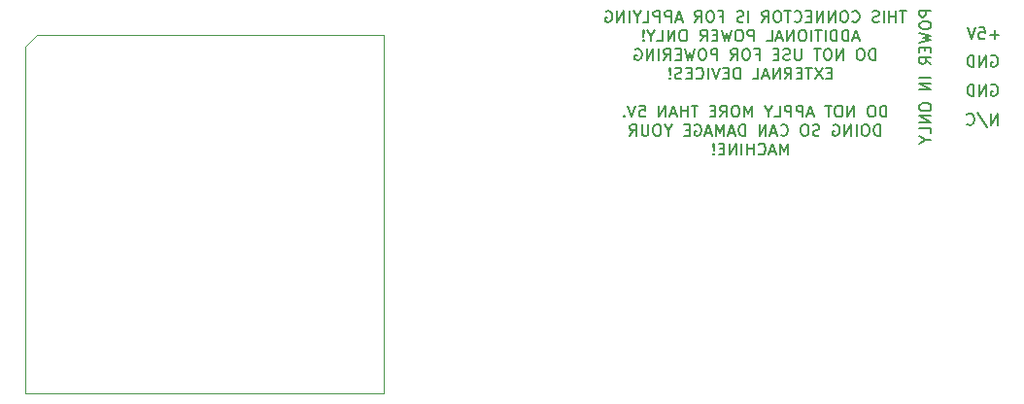
<source format=gbo>
G04 #@! TF.GenerationSoftware,KiCad,Pcbnew,(5.1.12)-1*
G04 #@! TF.CreationDate,2022-01-03T18:38:44+00:00*
G04 #@! TF.ProjectId,A600_68k_PLCC_to_DIP64_v2,41363030-5f36-4386-9b5f-504c43435f74,B*
G04 #@! TF.SameCoordinates,Original*
G04 #@! TF.FileFunction,Legend,Bot*
G04 #@! TF.FilePolarity,Positive*
%FSLAX46Y46*%
G04 Gerber Fmt 4.6, Leading zero omitted, Abs format (unit mm)*
G04 Created by KiCad (PCBNEW (5.1.12)-1) date 2022-01-03 18:38:44*
%MOMM*%
%LPD*%
G01*
G04 APERTURE LIST*
%ADD10C,0.150000*%
%ADD11C,0.120000*%
%ADD12C,1.422400*%
%ADD13R,1.422400X1.422400*%
%ADD14C,0.700000*%
%ADD15C,4.000000*%
%ADD16C,1.408000*%
%ADD17R,1.408000X1.408000*%
G04 APERTURE END LIST*
D10*
X198667523Y-116657380D02*
X198667523Y-115657380D01*
X198096095Y-116657380D01*
X198096095Y-115657380D01*
X196905619Y-115609761D02*
X197762761Y-116895476D01*
X196000857Y-116562142D02*
X196048476Y-116609761D01*
X196191333Y-116657380D01*
X196286571Y-116657380D01*
X196429428Y-116609761D01*
X196524666Y-116514523D01*
X196572285Y-116419285D01*
X196619904Y-116228809D01*
X196619904Y-116085952D01*
X196572285Y-115895476D01*
X196524666Y-115800238D01*
X196429428Y-115705000D01*
X196286571Y-115657380D01*
X196191333Y-115657380D01*
X196048476Y-115705000D01*
X196000857Y-115752619D01*
X198119904Y-113165000D02*
X198215142Y-113117380D01*
X198358000Y-113117380D01*
X198500857Y-113165000D01*
X198596095Y-113260238D01*
X198643714Y-113355476D01*
X198691333Y-113545952D01*
X198691333Y-113688809D01*
X198643714Y-113879285D01*
X198596095Y-113974523D01*
X198500857Y-114069761D01*
X198358000Y-114117380D01*
X198262761Y-114117380D01*
X198119904Y-114069761D01*
X198072285Y-114022142D01*
X198072285Y-113688809D01*
X198262761Y-113688809D01*
X197643714Y-114117380D02*
X197643714Y-113117380D01*
X197072285Y-114117380D01*
X197072285Y-113117380D01*
X196596095Y-114117380D02*
X196596095Y-113117380D01*
X196358000Y-113117380D01*
X196215142Y-113165000D01*
X196119904Y-113260238D01*
X196072285Y-113355476D01*
X196024666Y-113545952D01*
X196024666Y-113688809D01*
X196072285Y-113879285D01*
X196119904Y-113974523D01*
X196215142Y-114069761D01*
X196358000Y-114117380D01*
X196596095Y-114117380D01*
X198119904Y-110625000D02*
X198215142Y-110577380D01*
X198358000Y-110577380D01*
X198500857Y-110625000D01*
X198596095Y-110720238D01*
X198643714Y-110815476D01*
X198691333Y-111005952D01*
X198691333Y-111148809D01*
X198643714Y-111339285D01*
X198596095Y-111434523D01*
X198500857Y-111529761D01*
X198358000Y-111577380D01*
X198262761Y-111577380D01*
X198119904Y-111529761D01*
X198072285Y-111482142D01*
X198072285Y-111148809D01*
X198262761Y-111148809D01*
X197643714Y-111577380D02*
X197643714Y-110577380D01*
X197072285Y-111577380D01*
X197072285Y-110577380D01*
X196596095Y-111577380D02*
X196596095Y-110577380D01*
X196358000Y-110577380D01*
X196215142Y-110625000D01*
X196119904Y-110720238D01*
X196072285Y-110815476D01*
X196024666Y-111005952D01*
X196024666Y-111148809D01*
X196072285Y-111339285D01*
X196119904Y-111434523D01*
X196215142Y-111529761D01*
X196358000Y-111577380D01*
X196596095Y-111577380D01*
X198770714Y-108783428D02*
X198008809Y-108783428D01*
X198389761Y-109164380D02*
X198389761Y-108402476D01*
X197056428Y-108164380D02*
X197532619Y-108164380D01*
X197580238Y-108640571D01*
X197532619Y-108592952D01*
X197437380Y-108545333D01*
X197199285Y-108545333D01*
X197104047Y-108592952D01*
X197056428Y-108640571D01*
X197008809Y-108735809D01*
X197008809Y-108973904D01*
X197056428Y-109069142D01*
X197104047Y-109116761D01*
X197199285Y-109164380D01*
X197437380Y-109164380D01*
X197532619Y-109116761D01*
X197580238Y-109069142D01*
X196723095Y-108164380D02*
X196389761Y-109164380D01*
X196056428Y-108164380D01*
X190712619Y-106707380D02*
X190141190Y-106707380D01*
X190426904Y-107707380D02*
X190426904Y-106707380D01*
X189807857Y-107707380D02*
X189807857Y-106707380D01*
X189807857Y-107183571D02*
X189236428Y-107183571D01*
X189236428Y-107707380D02*
X189236428Y-106707380D01*
X188760238Y-107707380D02*
X188760238Y-106707380D01*
X188331666Y-107659761D02*
X188188809Y-107707380D01*
X187950714Y-107707380D01*
X187855476Y-107659761D01*
X187807857Y-107612142D01*
X187760238Y-107516904D01*
X187760238Y-107421666D01*
X187807857Y-107326428D01*
X187855476Y-107278809D01*
X187950714Y-107231190D01*
X188141190Y-107183571D01*
X188236428Y-107135952D01*
X188284047Y-107088333D01*
X188331666Y-106993095D01*
X188331666Y-106897857D01*
X188284047Y-106802619D01*
X188236428Y-106755000D01*
X188141190Y-106707380D01*
X187903095Y-106707380D01*
X187760238Y-106755000D01*
X185998333Y-107612142D02*
X186045952Y-107659761D01*
X186188809Y-107707380D01*
X186284047Y-107707380D01*
X186426904Y-107659761D01*
X186522142Y-107564523D01*
X186569761Y-107469285D01*
X186617380Y-107278809D01*
X186617380Y-107135952D01*
X186569761Y-106945476D01*
X186522142Y-106850238D01*
X186426904Y-106755000D01*
X186284047Y-106707380D01*
X186188809Y-106707380D01*
X186045952Y-106755000D01*
X185998333Y-106802619D01*
X185379285Y-106707380D02*
X185188809Y-106707380D01*
X185093571Y-106755000D01*
X184998333Y-106850238D01*
X184950714Y-107040714D01*
X184950714Y-107374047D01*
X184998333Y-107564523D01*
X185093571Y-107659761D01*
X185188809Y-107707380D01*
X185379285Y-107707380D01*
X185474523Y-107659761D01*
X185569761Y-107564523D01*
X185617380Y-107374047D01*
X185617380Y-107040714D01*
X185569761Y-106850238D01*
X185474523Y-106755000D01*
X185379285Y-106707380D01*
X184522142Y-107707380D02*
X184522142Y-106707380D01*
X183950714Y-107707380D01*
X183950714Y-106707380D01*
X183474523Y-107707380D02*
X183474523Y-106707380D01*
X182903095Y-107707380D01*
X182903095Y-106707380D01*
X182426904Y-107183571D02*
X182093571Y-107183571D01*
X181950714Y-107707380D02*
X182426904Y-107707380D01*
X182426904Y-106707380D01*
X181950714Y-106707380D01*
X180950714Y-107612142D02*
X180998333Y-107659761D01*
X181141190Y-107707380D01*
X181236428Y-107707380D01*
X181379285Y-107659761D01*
X181474523Y-107564523D01*
X181522142Y-107469285D01*
X181569761Y-107278809D01*
X181569761Y-107135952D01*
X181522142Y-106945476D01*
X181474523Y-106850238D01*
X181379285Y-106755000D01*
X181236428Y-106707380D01*
X181141190Y-106707380D01*
X180998333Y-106755000D01*
X180950714Y-106802619D01*
X180665000Y-106707380D02*
X180093571Y-106707380D01*
X180379285Y-107707380D02*
X180379285Y-106707380D01*
X179569761Y-106707380D02*
X179379285Y-106707380D01*
X179284047Y-106755000D01*
X179188809Y-106850238D01*
X179141190Y-107040714D01*
X179141190Y-107374047D01*
X179188809Y-107564523D01*
X179284047Y-107659761D01*
X179379285Y-107707380D01*
X179569761Y-107707380D01*
X179665000Y-107659761D01*
X179760238Y-107564523D01*
X179807857Y-107374047D01*
X179807857Y-107040714D01*
X179760238Y-106850238D01*
X179665000Y-106755000D01*
X179569761Y-106707380D01*
X178141190Y-107707380D02*
X178474523Y-107231190D01*
X178712619Y-107707380D02*
X178712619Y-106707380D01*
X178331666Y-106707380D01*
X178236428Y-106755000D01*
X178188809Y-106802619D01*
X178141190Y-106897857D01*
X178141190Y-107040714D01*
X178188809Y-107135952D01*
X178236428Y-107183571D01*
X178331666Y-107231190D01*
X178712619Y-107231190D01*
X176950714Y-107707380D02*
X176950714Y-106707380D01*
X176522142Y-107659761D02*
X176379285Y-107707380D01*
X176141190Y-107707380D01*
X176045952Y-107659761D01*
X175998333Y-107612142D01*
X175950714Y-107516904D01*
X175950714Y-107421666D01*
X175998333Y-107326428D01*
X176045952Y-107278809D01*
X176141190Y-107231190D01*
X176331666Y-107183571D01*
X176426904Y-107135952D01*
X176474523Y-107088333D01*
X176522142Y-106993095D01*
X176522142Y-106897857D01*
X176474523Y-106802619D01*
X176426904Y-106755000D01*
X176331666Y-106707380D01*
X176093571Y-106707380D01*
X175950714Y-106755000D01*
X174426904Y-107183571D02*
X174760238Y-107183571D01*
X174760238Y-107707380D02*
X174760238Y-106707380D01*
X174284047Y-106707380D01*
X173712619Y-106707380D02*
X173522142Y-106707380D01*
X173426904Y-106755000D01*
X173331666Y-106850238D01*
X173284047Y-107040714D01*
X173284047Y-107374047D01*
X173331666Y-107564523D01*
X173426904Y-107659761D01*
X173522142Y-107707380D01*
X173712619Y-107707380D01*
X173807857Y-107659761D01*
X173903095Y-107564523D01*
X173950714Y-107374047D01*
X173950714Y-107040714D01*
X173903095Y-106850238D01*
X173807857Y-106755000D01*
X173712619Y-106707380D01*
X172284047Y-107707380D02*
X172617380Y-107231190D01*
X172855476Y-107707380D02*
X172855476Y-106707380D01*
X172474523Y-106707380D01*
X172379285Y-106755000D01*
X172331666Y-106802619D01*
X172284047Y-106897857D01*
X172284047Y-107040714D01*
X172331666Y-107135952D01*
X172379285Y-107183571D01*
X172474523Y-107231190D01*
X172855476Y-107231190D01*
X171141190Y-107421666D02*
X170665000Y-107421666D01*
X171236428Y-107707380D02*
X170903095Y-106707380D01*
X170569761Y-107707380D01*
X170236428Y-107707380D02*
X170236428Y-106707380D01*
X169855476Y-106707380D01*
X169760238Y-106755000D01*
X169712619Y-106802619D01*
X169665000Y-106897857D01*
X169665000Y-107040714D01*
X169712619Y-107135952D01*
X169760238Y-107183571D01*
X169855476Y-107231190D01*
X170236428Y-107231190D01*
X169236428Y-107707380D02*
X169236428Y-106707380D01*
X168855476Y-106707380D01*
X168760238Y-106755000D01*
X168712619Y-106802619D01*
X168665000Y-106897857D01*
X168665000Y-107040714D01*
X168712619Y-107135952D01*
X168760238Y-107183571D01*
X168855476Y-107231190D01*
X169236428Y-107231190D01*
X167760238Y-107707380D02*
X168236428Y-107707380D01*
X168236428Y-106707380D01*
X167236428Y-107231190D02*
X167236428Y-107707380D01*
X167569761Y-106707380D02*
X167236428Y-107231190D01*
X166903095Y-106707380D01*
X166569761Y-107707380D02*
X166569761Y-106707380D01*
X166093571Y-107707380D02*
X166093571Y-106707380D01*
X165522142Y-107707380D01*
X165522142Y-106707380D01*
X164522142Y-106755000D02*
X164617380Y-106707380D01*
X164760238Y-106707380D01*
X164903095Y-106755000D01*
X164998333Y-106850238D01*
X165045952Y-106945476D01*
X165093571Y-107135952D01*
X165093571Y-107278809D01*
X165045952Y-107469285D01*
X164998333Y-107564523D01*
X164903095Y-107659761D01*
X164760238Y-107707380D01*
X164665000Y-107707380D01*
X164522142Y-107659761D01*
X164474523Y-107612142D01*
X164474523Y-107278809D01*
X164665000Y-107278809D01*
X186569761Y-109071666D02*
X186093571Y-109071666D01*
X186665000Y-109357380D02*
X186331666Y-108357380D01*
X185998333Y-109357380D01*
X185665000Y-109357380D02*
X185665000Y-108357380D01*
X185426904Y-108357380D01*
X185284047Y-108405000D01*
X185188809Y-108500238D01*
X185141190Y-108595476D01*
X185093571Y-108785952D01*
X185093571Y-108928809D01*
X185141190Y-109119285D01*
X185188809Y-109214523D01*
X185284047Y-109309761D01*
X185426904Y-109357380D01*
X185665000Y-109357380D01*
X184665000Y-109357380D02*
X184665000Y-108357380D01*
X184426904Y-108357380D01*
X184284047Y-108405000D01*
X184188809Y-108500238D01*
X184141190Y-108595476D01*
X184093571Y-108785952D01*
X184093571Y-108928809D01*
X184141190Y-109119285D01*
X184188809Y-109214523D01*
X184284047Y-109309761D01*
X184426904Y-109357380D01*
X184665000Y-109357380D01*
X183665000Y-109357380D02*
X183665000Y-108357380D01*
X183331666Y-108357380D02*
X182760238Y-108357380D01*
X183045952Y-109357380D02*
X183045952Y-108357380D01*
X182426904Y-109357380D02*
X182426904Y-108357380D01*
X181760238Y-108357380D02*
X181569761Y-108357380D01*
X181474523Y-108405000D01*
X181379285Y-108500238D01*
X181331666Y-108690714D01*
X181331666Y-109024047D01*
X181379285Y-109214523D01*
X181474523Y-109309761D01*
X181569761Y-109357380D01*
X181760238Y-109357380D01*
X181855476Y-109309761D01*
X181950714Y-109214523D01*
X181998333Y-109024047D01*
X181998333Y-108690714D01*
X181950714Y-108500238D01*
X181855476Y-108405000D01*
X181760238Y-108357380D01*
X180903095Y-109357380D02*
X180903095Y-108357380D01*
X180331666Y-109357380D01*
X180331666Y-108357380D01*
X179903095Y-109071666D02*
X179426904Y-109071666D01*
X179998333Y-109357380D02*
X179665000Y-108357380D01*
X179331666Y-109357380D01*
X178522142Y-109357380D02*
X178998333Y-109357380D01*
X178998333Y-108357380D01*
X177426904Y-109357380D02*
X177426904Y-108357380D01*
X177045952Y-108357380D01*
X176950714Y-108405000D01*
X176903095Y-108452619D01*
X176855476Y-108547857D01*
X176855476Y-108690714D01*
X176903095Y-108785952D01*
X176950714Y-108833571D01*
X177045952Y-108881190D01*
X177426904Y-108881190D01*
X176236428Y-108357380D02*
X176045952Y-108357380D01*
X175950714Y-108405000D01*
X175855476Y-108500238D01*
X175807857Y-108690714D01*
X175807857Y-109024047D01*
X175855476Y-109214523D01*
X175950714Y-109309761D01*
X176045952Y-109357380D01*
X176236428Y-109357380D01*
X176331666Y-109309761D01*
X176426904Y-109214523D01*
X176474523Y-109024047D01*
X176474523Y-108690714D01*
X176426904Y-108500238D01*
X176331666Y-108405000D01*
X176236428Y-108357380D01*
X175474523Y-108357380D02*
X175236428Y-109357380D01*
X175045952Y-108643095D01*
X174855476Y-109357380D01*
X174617380Y-108357380D01*
X174236428Y-108833571D02*
X173903095Y-108833571D01*
X173760238Y-109357380D02*
X174236428Y-109357380D01*
X174236428Y-108357380D01*
X173760238Y-108357380D01*
X172760238Y-109357380D02*
X173093571Y-108881190D01*
X173331666Y-109357380D02*
X173331666Y-108357380D01*
X172950714Y-108357380D01*
X172855476Y-108405000D01*
X172807857Y-108452619D01*
X172760238Y-108547857D01*
X172760238Y-108690714D01*
X172807857Y-108785952D01*
X172855476Y-108833571D01*
X172950714Y-108881190D01*
X173331666Y-108881190D01*
X171379285Y-108357380D02*
X171188809Y-108357380D01*
X171093571Y-108405000D01*
X170998333Y-108500238D01*
X170950714Y-108690714D01*
X170950714Y-109024047D01*
X170998333Y-109214523D01*
X171093571Y-109309761D01*
X171188809Y-109357380D01*
X171379285Y-109357380D01*
X171474523Y-109309761D01*
X171569761Y-109214523D01*
X171617380Y-109024047D01*
X171617380Y-108690714D01*
X171569761Y-108500238D01*
X171474523Y-108405000D01*
X171379285Y-108357380D01*
X170522142Y-109357380D02*
X170522142Y-108357380D01*
X169950714Y-109357380D01*
X169950714Y-108357380D01*
X168998333Y-109357380D02*
X169474523Y-109357380D01*
X169474523Y-108357380D01*
X168474523Y-108881190D02*
X168474523Y-109357380D01*
X168807857Y-108357380D02*
X168474523Y-108881190D01*
X168141190Y-108357380D01*
X167807857Y-109262142D02*
X167760238Y-109309761D01*
X167807857Y-109357380D01*
X167855476Y-109309761D01*
X167807857Y-109262142D01*
X167807857Y-109357380D01*
X167807857Y-108976428D02*
X167855476Y-108405000D01*
X167807857Y-108357380D01*
X167760238Y-108405000D01*
X167807857Y-108976428D01*
X167807857Y-108357380D01*
X187998333Y-111007380D02*
X187998333Y-110007380D01*
X187760238Y-110007380D01*
X187617380Y-110055000D01*
X187522142Y-110150238D01*
X187474523Y-110245476D01*
X187426904Y-110435952D01*
X187426904Y-110578809D01*
X187474523Y-110769285D01*
X187522142Y-110864523D01*
X187617380Y-110959761D01*
X187760238Y-111007380D01*
X187998333Y-111007380D01*
X186807857Y-110007380D02*
X186617380Y-110007380D01*
X186522142Y-110055000D01*
X186426904Y-110150238D01*
X186379285Y-110340714D01*
X186379285Y-110674047D01*
X186426904Y-110864523D01*
X186522142Y-110959761D01*
X186617380Y-111007380D01*
X186807857Y-111007380D01*
X186903095Y-110959761D01*
X186998333Y-110864523D01*
X187045952Y-110674047D01*
X187045952Y-110340714D01*
X186998333Y-110150238D01*
X186903095Y-110055000D01*
X186807857Y-110007380D01*
X185188809Y-111007380D02*
X185188809Y-110007380D01*
X184617380Y-111007380D01*
X184617380Y-110007380D01*
X183950714Y-110007380D02*
X183760238Y-110007380D01*
X183665000Y-110055000D01*
X183569761Y-110150238D01*
X183522142Y-110340714D01*
X183522142Y-110674047D01*
X183569761Y-110864523D01*
X183665000Y-110959761D01*
X183760238Y-111007380D01*
X183950714Y-111007380D01*
X184045952Y-110959761D01*
X184141190Y-110864523D01*
X184188809Y-110674047D01*
X184188809Y-110340714D01*
X184141190Y-110150238D01*
X184045952Y-110055000D01*
X183950714Y-110007380D01*
X183236428Y-110007380D02*
X182665000Y-110007380D01*
X182950714Y-111007380D02*
X182950714Y-110007380D01*
X181569761Y-110007380D02*
X181569761Y-110816904D01*
X181522142Y-110912142D01*
X181474523Y-110959761D01*
X181379285Y-111007380D01*
X181188809Y-111007380D01*
X181093571Y-110959761D01*
X181045952Y-110912142D01*
X180998333Y-110816904D01*
X180998333Y-110007380D01*
X180569761Y-110959761D02*
X180426904Y-111007380D01*
X180188809Y-111007380D01*
X180093571Y-110959761D01*
X180045952Y-110912142D01*
X179998333Y-110816904D01*
X179998333Y-110721666D01*
X180045952Y-110626428D01*
X180093571Y-110578809D01*
X180188809Y-110531190D01*
X180379285Y-110483571D01*
X180474523Y-110435952D01*
X180522142Y-110388333D01*
X180569761Y-110293095D01*
X180569761Y-110197857D01*
X180522142Y-110102619D01*
X180474523Y-110055000D01*
X180379285Y-110007380D01*
X180141190Y-110007380D01*
X179998333Y-110055000D01*
X179569761Y-110483571D02*
X179236428Y-110483571D01*
X179093571Y-111007380D02*
X179569761Y-111007380D01*
X179569761Y-110007380D01*
X179093571Y-110007380D01*
X177569761Y-110483571D02*
X177903095Y-110483571D01*
X177903095Y-111007380D02*
X177903095Y-110007380D01*
X177426904Y-110007380D01*
X176855476Y-110007380D02*
X176665000Y-110007380D01*
X176569761Y-110055000D01*
X176474523Y-110150238D01*
X176426904Y-110340714D01*
X176426904Y-110674047D01*
X176474523Y-110864523D01*
X176569761Y-110959761D01*
X176665000Y-111007380D01*
X176855476Y-111007380D01*
X176950714Y-110959761D01*
X177045952Y-110864523D01*
X177093571Y-110674047D01*
X177093571Y-110340714D01*
X177045952Y-110150238D01*
X176950714Y-110055000D01*
X176855476Y-110007380D01*
X175426904Y-111007380D02*
X175760238Y-110531190D01*
X175998333Y-111007380D02*
X175998333Y-110007380D01*
X175617380Y-110007380D01*
X175522142Y-110055000D01*
X175474523Y-110102619D01*
X175426904Y-110197857D01*
X175426904Y-110340714D01*
X175474523Y-110435952D01*
X175522142Y-110483571D01*
X175617380Y-110531190D01*
X175998333Y-110531190D01*
X174236428Y-111007380D02*
X174236428Y-110007380D01*
X173855476Y-110007380D01*
X173760238Y-110055000D01*
X173712619Y-110102619D01*
X173665000Y-110197857D01*
X173665000Y-110340714D01*
X173712619Y-110435952D01*
X173760238Y-110483571D01*
X173855476Y-110531190D01*
X174236428Y-110531190D01*
X173045952Y-110007380D02*
X172855476Y-110007380D01*
X172760238Y-110055000D01*
X172665000Y-110150238D01*
X172617380Y-110340714D01*
X172617380Y-110674047D01*
X172665000Y-110864523D01*
X172760238Y-110959761D01*
X172855476Y-111007380D01*
X173045952Y-111007380D01*
X173141190Y-110959761D01*
X173236428Y-110864523D01*
X173284047Y-110674047D01*
X173284047Y-110340714D01*
X173236428Y-110150238D01*
X173141190Y-110055000D01*
X173045952Y-110007380D01*
X172284047Y-110007380D02*
X172045952Y-111007380D01*
X171855476Y-110293095D01*
X171665000Y-111007380D01*
X171426904Y-110007380D01*
X171045952Y-110483571D02*
X170712619Y-110483571D01*
X170569761Y-111007380D02*
X171045952Y-111007380D01*
X171045952Y-110007380D01*
X170569761Y-110007380D01*
X169569761Y-111007380D02*
X169903095Y-110531190D01*
X170141190Y-111007380D02*
X170141190Y-110007380D01*
X169760238Y-110007380D01*
X169665000Y-110055000D01*
X169617380Y-110102619D01*
X169569761Y-110197857D01*
X169569761Y-110340714D01*
X169617380Y-110435952D01*
X169665000Y-110483571D01*
X169760238Y-110531190D01*
X170141190Y-110531190D01*
X169141190Y-111007380D02*
X169141190Y-110007380D01*
X168665000Y-111007380D02*
X168665000Y-110007380D01*
X168093571Y-111007380D01*
X168093571Y-110007380D01*
X167093571Y-110055000D02*
X167188809Y-110007380D01*
X167331666Y-110007380D01*
X167474523Y-110055000D01*
X167569761Y-110150238D01*
X167617380Y-110245476D01*
X167665000Y-110435952D01*
X167665000Y-110578809D01*
X167617380Y-110769285D01*
X167569761Y-110864523D01*
X167474523Y-110959761D01*
X167331666Y-111007380D01*
X167236428Y-111007380D01*
X167093571Y-110959761D01*
X167045952Y-110912142D01*
X167045952Y-110578809D01*
X167236428Y-110578809D01*
X184212619Y-112133571D02*
X183879285Y-112133571D01*
X183736428Y-112657380D02*
X184212619Y-112657380D01*
X184212619Y-111657380D01*
X183736428Y-111657380D01*
X183403095Y-111657380D02*
X182736428Y-112657380D01*
X182736428Y-111657380D02*
X183403095Y-112657380D01*
X182498333Y-111657380D02*
X181926904Y-111657380D01*
X182212619Y-112657380D02*
X182212619Y-111657380D01*
X181593571Y-112133571D02*
X181260238Y-112133571D01*
X181117380Y-112657380D02*
X181593571Y-112657380D01*
X181593571Y-111657380D01*
X181117380Y-111657380D01*
X180117380Y-112657380D02*
X180450714Y-112181190D01*
X180688809Y-112657380D02*
X180688809Y-111657380D01*
X180307857Y-111657380D01*
X180212619Y-111705000D01*
X180165000Y-111752619D01*
X180117380Y-111847857D01*
X180117380Y-111990714D01*
X180165000Y-112085952D01*
X180212619Y-112133571D01*
X180307857Y-112181190D01*
X180688809Y-112181190D01*
X179688809Y-112657380D02*
X179688809Y-111657380D01*
X179117380Y-112657380D01*
X179117380Y-111657380D01*
X178688809Y-112371666D02*
X178212619Y-112371666D01*
X178784047Y-112657380D02*
X178450714Y-111657380D01*
X178117380Y-112657380D01*
X177307857Y-112657380D02*
X177784047Y-112657380D01*
X177784047Y-111657380D01*
X176212619Y-112657380D02*
X176212619Y-111657380D01*
X175974523Y-111657380D01*
X175831666Y-111705000D01*
X175736428Y-111800238D01*
X175688809Y-111895476D01*
X175641190Y-112085952D01*
X175641190Y-112228809D01*
X175688809Y-112419285D01*
X175736428Y-112514523D01*
X175831666Y-112609761D01*
X175974523Y-112657380D01*
X176212619Y-112657380D01*
X175212619Y-112133571D02*
X174879285Y-112133571D01*
X174736428Y-112657380D02*
X175212619Y-112657380D01*
X175212619Y-111657380D01*
X174736428Y-111657380D01*
X174450714Y-111657380D02*
X174117380Y-112657380D01*
X173784047Y-111657380D01*
X173450714Y-112657380D02*
X173450714Y-111657380D01*
X172403095Y-112562142D02*
X172450714Y-112609761D01*
X172593571Y-112657380D01*
X172688809Y-112657380D01*
X172831666Y-112609761D01*
X172926904Y-112514523D01*
X172974523Y-112419285D01*
X173022142Y-112228809D01*
X173022142Y-112085952D01*
X172974523Y-111895476D01*
X172926904Y-111800238D01*
X172831666Y-111705000D01*
X172688809Y-111657380D01*
X172593571Y-111657380D01*
X172450714Y-111705000D01*
X172403095Y-111752619D01*
X171974523Y-112133571D02*
X171641190Y-112133571D01*
X171498333Y-112657380D02*
X171974523Y-112657380D01*
X171974523Y-111657380D01*
X171498333Y-111657380D01*
X171117380Y-112609761D02*
X170974523Y-112657380D01*
X170736428Y-112657380D01*
X170641190Y-112609761D01*
X170593571Y-112562142D01*
X170545952Y-112466904D01*
X170545952Y-112371666D01*
X170593571Y-112276428D01*
X170641190Y-112228809D01*
X170736428Y-112181190D01*
X170926904Y-112133571D01*
X171022142Y-112085952D01*
X171069761Y-112038333D01*
X171117380Y-111943095D01*
X171117380Y-111847857D01*
X171069761Y-111752619D01*
X171022142Y-111705000D01*
X170926904Y-111657380D01*
X170688809Y-111657380D01*
X170545952Y-111705000D01*
X170117380Y-112562142D02*
X170069761Y-112609761D01*
X170117380Y-112657380D01*
X170165000Y-112609761D01*
X170117380Y-112562142D01*
X170117380Y-112657380D01*
X170117380Y-112276428D02*
X170165000Y-111705000D01*
X170117380Y-111657380D01*
X170069761Y-111705000D01*
X170117380Y-112276428D01*
X170117380Y-111657380D01*
X188974523Y-115957380D02*
X188974523Y-114957380D01*
X188736428Y-114957380D01*
X188593571Y-115005000D01*
X188498333Y-115100238D01*
X188450714Y-115195476D01*
X188403095Y-115385952D01*
X188403095Y-115528809D01*
X188450714Y-115719285D01*
X188498333Y-115814523D01*
X188593571Y-115909761D01*
X188736428Y-115957380D01*
X188974523Y-115957380D01*
X187784047Y-114957380D02*
X187593571Y-114957380D01*
X187498333Y-115005000D01*
X187403095Y-115100238D01*
X187355476Y-115290714D01*
X187355476Y-115624047D01*
X187403095Y-115814523D01*
X187498333Y-115909761D01*
X187593571Y-115957380D01*
X187784047Y-115957380D01*
X187879285Y-115909761D01*
X187974523Y-115814523D01*
X188022142Y-115624047D01*
X188022142Y-115290714D01*
X187974523Y-115100238D01*
X187879285Y-115005000D01*
X187784047Y-114957380D01*
X186165000Y-115957380D02*
X186165000Y-114957380D01*
X185593571Y-115957380D01*
X185593571Y-114957380D01*
X184926904Y-114957380D02*
X184736428Y-114957380D01*
X184641190Y-115005000D01*
X184545952Y-115100238D01*
X184498333Y-115290714D01*
X184498333Y-115624047D01*
X184545952Y-115814523D01*
X184641190Y-115909761D01*
X184736428Y-115957380D01*
X184926904Y-115957380D01*
X185022142Y-115909761D01*
X185117380Y-115814523D01*
X185165000Y-115624047D01*
X185165000Y-115290714D01*
X185117380Y-115100238D01*
X185022142Y-115005000D01*
X184926904Y-114957380D01*
X184212619Y-114957380D02*
X183641190Y-114957380D01*
X183926904Y-115957380D02*
X183926904Y-114957380D01*
X182593571Y-115671666D02*
X182117380Y-115671666D01*
X182688809Y-115957380D02*
X182355476Y-114957380D01*
X182022142Y-115957380D01*
X181688809Y-115957380D02*
X181688809Y-114957380D01*
X181307857Y-114957380D01*
X181212619Y-115005000D01*
X181165000Y-115052619D01*
X181117380Y-115147857D01*
X181117380Y-115290714D01*
X181165000Y-115385952D01*
X181212619Y-115433571D01*
X181307857Y-115481190D01*
X181688809Y-115481190D01*
X180688809Y-115957380D02*
X180688809Y-114957380D01*
X180307857Y-114957380D01*
X180212619Y-115005000D01*
X180165000Y-115052619D01*
X180117380Y-115147857D01*
X180117380Y-115290714D01*
X180165000Y-115385952D01*
X180212619Y-115433571D01*
X180307857Y-115481190D01*
X180688809Y-115481190D01*
X179212619Y-115957380D02*
X179688809Y-115957380D01*
X179688809Y-114957380D01*
X178688809Y-115481190D02*
X178688809Y-115957380D01*
X179022142Y-114957380D02*
X178688809Y-115481190D01*
X178355476Y-114957380D01*
X177260238Y-115957380D02*
X177260238Y-114957380D01*
X176926904Y-115671666D01*
X176593571Y-114957380D01*
X176593571Y-115957380D01*
X175926904Y-114957380D02*
X175736428Y-114957380D01*
X175641190Y-115005000D01*
X175545952Y-115100238D01*
X175498333Y-115290714D01*
X175498333Y-115624047D01*
X175545952Y-115814523D01*
X175641190Y-115909761D01*
X175736428Y-115957380D01*
X175926904Y-115957380D01*
X176022142Y-115909761D01*
X176117380Y-115814523D01*
X176165000Y-115624047D01*
X176165000Y-115290714D01*
X176117380Y-115100238D01*
X176022142Y-115005000D01*
X175926904Y-114957380D01*
X174498333Y-115957380D02*
X174831666Y-115481190D01*
X175069761Y-115957380D02*
X175069761Y-114957380D01*
X174688809Y-114957380D01*
X174593571Y-115005000D01*
X174545952Y-115052619D01*
X174498333Y-115147857D01*
X174498333Y-115290714D01*
X174545952Y-115385952D01*
X174593571Y-115433571D01*
X174688809Y-115481190D01*
X175069761Y-115481190D01*
X174069761Y-115433571D02*
X173736428Y-115433571D01*
X173593571Y-115957380D02*
X174069761Y-115957380D01*
X174069761Y-114957380D01*
X173593571Y-114957380D01*
X172545952Y-114957380D02*
X171974523Y-114957380D01*
X172260238Y-115957380D02*
X172260238Y-114957380D01*
X171641190Y-115957380D02*
X171641190Y-114957380D01*
X171641190Y-115433571D02*
X171069761Y-115433571D01*
X171069761Y-115957380D02*
X171069761Y-114957380D01*
X170641190Y-115671666D02*
X170165000Y-115671666D01*
X170736428Y-115957380D02*
X170403095Y-114957380D01*
X170069761Y-115957380D01*
X169736428Y-115957380D02*
X169736428Y-114957380D01*
X169165000Y-115957380D01*
X169165000Y-114957380D01*
X167450714Y-114957380D02*
X167926904Y-114957380D01*
X167974523Y-115433571D01*
X167926904Y-115385952D01*
X167831666Y-115338333D01*
X167593571Y-115338333D01*
X167498333Y-115385952D01*
X167450714Y-115433571D01*
X167403095Y-115528809D01*
X167403095Y-115766904D01*
X167450714Y-115862142D01*
X167498333Y-115909761D01*
X167593571Y-115957380D01*
X167831666Y-115957380D01*
X167926904Y-115909761D01*
X167974523Y-115862142D01*
X167117380Y-114957380D02*
X166784047Y-115957380D01*
X166450714Y-114957380D01*
X166117380Y-115862142D02*
X166069761Y-115909761D01*
X166117380Y-115957380D01*
X166165000Y-115909761D01*
X166117380Y-115862142D01*
X166117380Y-115957380D01*
X188426904Y-117607380D02*
X188426904Y-116607380D01*
X188188809Y-116607380D01*
X188045952Y-116655000D01*
X187950714Y-116750238D01*
X187903095Y-116845476D01*
X187855476Y-117035952D01*
X187855476Y-117178809D01*
X187903095Y-117369285D01*
X187950714Y-117464523D01*
X188045952Y-117559761D01*
X188188809Y-117607380D01*
X188426904Y-117607380D01*
X187236428Y-116607380D02*
X187045952Y-116607380D01*
X186950714Y-116655000D01*
X186855476Y-116750238D01*
X186807857Y-116940714D01*
X186807857Y-117274047D01*
X186855476Y-117464523D01*
X186950714Y-117559761D01*
X187045952Y-117607380D01*
X187236428Y-117607380D01*
X187331666Y-117559761D01*
X187426904Y-117464523D01*
X187474523Y-117274047D01*
X187474523Y-116940714D01*
X187426904Y-116750238D01*
X187331666Y-116655000D01*
X187236428Y-116607380D01*
X186379285Y-117607380D02*
X186379285Y-116607380D01*
X185903095Y-117607380D02*
X185903095Y-116607380D01*
X185331666Y-117607380D01*
X185331666Y-116607380D01*
X184331666Y-116655000D02*
X184426904Y-116607380D01*
X184569761Y-116607380D01*
X184712619Y-116655000D01*
X184807857Y-116750238D01*
X184855476Y-116845476D01*
X184903095Y-117035952D01*
X184903095Y-117178809D01*
X184855476Y-117369285D01*
X184807857Y-117464523D01*
X184712619Y-117559761D01*
X184569761Y-117607380D01*
X184474523Y-117607380D01*
X184331666Y-117559761D01*
X184284047Y-117512142D01*
X184284047Y-117178809D01*
X184474523Y-117178809D01*
X183141190Y-117559761D02*
X182998333Y-117607380D01*
X182760238Y-117607380D01*
X182665000Y-117559761D01*
X182617380Y-117512142D01*
X182569761Y-117416904D01*
X182569761Y-117321666D01*
X182617380Y-117226428D01*
X182665000Y-117178809D01*
X182760238Y-117131190D01*
X182950714Y-117083571D01*
X183045952Y-117035952D01*
X183093571Y-116988333D01*
X183141190Y-116893095D01*
X183141190Y-116797857D01*
X183093571Y-116702619D01*
X183045952Y-116655000D01*
X182950714Y-116607380D01*
X182712619Y-116607380D01*
X182569761Y-116655000D01*
X181950714Y-116607380D02*
X181760238Y-116607380D01*
X181665000Y-116655000D01*
X181569761Y-116750238D01*
X181522142Y-116940714D01*
X181522142Y-117274047D01*
X181569761Y-117464523D01*
X181665000Y-117559761D01*
X181760238Y-117607380D01*
X181950714Y-117607380D01*
X182045952Y-117559761D01*
X182141190Y-117464523D01*
X182188809Y-117274047D01*
X182188809Y-116940714D01*
X182141190Y-116750238D01*
X182045952Y-116655000D01*
X181950714Y-116607380D01*
X179760238Y-117512142D02*
X179807857Y-117559761D01*
X179950714Y-117607380D01*
X180045952Y-117607380D01*
X180188809Y-117559761D01*
X180284047Y-117464523D01*
X180331666Y-117369285D01*
X180379285Y-117178809D01*
X180379285Y-117035952D01*
X180331666Y-116845476D01*
X180284047Y-116750238D01*
X180188809Y-116655000D01*
X180045952Y-116607380D01*
X179950714Y-116607380D01*
X179807857Y-116655000D01*
X179760238Y-116702619D01*
X179379285Y-117321666D02*
X178903095Y-117321666D01*
X179474523Y-117607380D02*
X179141190Y-116607380D01*
X178807857Y-117607380D01*
X178474523Y-117607380D02*
X178474523Y-116607380D01*
X177903095Y-117607380D01*
X177903095Y-116607380D01*
X176665000Y-117607380D02*
X176665000Y-116607380D01*
X176426904Y-116607380D01*
X176284047Y-116655000D01*
X176188809Y-116750238D01*
X176141190Y-116845476D01*
X176093571Y-117035952D01*
X176093571Y-117178809D01*
X176141190Y-117369285D01*
X176188809Y-117464523D01*
X176284047Y-117559761D01*
X176426904Y-117607380D01*
X176665000Y-117607380D01*
X175712619Y-117321666D02*
X175236428Y-117321666D01*
X175807857Y-117607380D02*
X175474523Y-116607380D01*
X175141190Y-117607380D01*
X174807857Y-117607380D02*
X174807857Y-116607380D01*
X174474523Y-117321666D01*
X174141190Y-116607380D01*
X174141190Y-117607380D01*
X173712619Y-117321666D02*
X173236428Y-117321666D01*
X173807857Y-117607380D02*
X173474523Y-116607380D01*
X173141190Y-117607380D01*
X172284047Y-116655000D02*
X172379285Y-116607380D01*
X172522142Y-116607380D01*
X172665000Y-116655000D01*
X172760238Y-116750238D01*
X172807857Y-116845476D01*
X172855476Y-117035952D01*
X172855476Y-117178809D01*
X172807857Y-117369285D01*
X172760238Y-117464523D01*
X172665000Y-117559761D01*
X172522142Y-117607380D01*
X172426904Y-117607380D01*
X172284047Y-117559761D01*
X172236428Y-117512142D01*
X172236428Y-117178809D01*
X172426904Y-117178809D01*
X171807857Y-117083571D02*
X171474523Y-117083571D01*
X171331666Y-117607380D02*
X171807857Y-117607380D01*
X171807857Y-116607380D01*
X171331666Y-116607380D01*
X169950714Y-117131190D02*
X169950714Y-117607380D01*
X170284047Y-116607380D02*
X169950714Y-117131190D01*
X169617380Y-116607380D01*
X169093571Y-116607380D02*
X168903095Y-116607380D01*
X168807857Y-116655000D01*
X168712619Y-116750238D01*
X168665000Y-116940714D01*
X168665000Y-117274047D01*
X168712619Y-117464523D01*
X168807857Y-117559761D01*
X168903095Y-117607380D01*
X169093571Y-117607380D01*
X169188809Y-117559761D01*
X169284047Y-117464523D01*
X169331666Y-117274047D01*
X169331666Y-116940714D01*
X169284047Y-116750238D01*
X169188809Y-116655000D01*
X169093571Y-116607380D01*
X168236428Y-116607380D02*
X168236428Y-117416904D01*
X168188809Y-117512142D01*
X168141190Y-117559761D01*
X168045952Y-117607380D01*
X167855476Y-117607380D01*
X167760238Y-117559761D01*
X167712619Y-117512142D01*
X167665000Y-117416904D01*
X167665000Y-116607380D01*
X166617380Y-117607380D02*
X166950714Y-117131190D01*
X167188809Y-117607380D02*
X167188809Y-116607380D01*
X166807857Y-116607380D01*
X166712619Y-116655000D01*
X166665000Y-116702619D01*
X166617380Y-116797857D01*
X166617380Y-116940714D01*
X166665000Y-117035952D01*
X166712619Y-117083571D01*
X166807857Y-117131190D01*
X167188809Y-117131190D01*
X180403095Y-119257380D02*
X180403095Y-118257380D01*
X180069761Y-118971666D01*
X179736428Y-118257380D01*
X179736428Y-119257380D01*
X179307857Y-118971666D02*
X178831666Y-118971666D01*
X179403095Y-119257380D02*
X179069761Y-118257380D01*
X178736428Y-119257380D01*
X177831666Y-119162142D02*
X177879285Y-119209761D01*
X178022142Y-119257380D01*
X178117380Y-119257380D01*
X178260238Y-119209761D01*
X178355476Y-119114523D01*
X178403095Y-119019285D01*
X178450714Y-118828809D01*
X178450714Y-118685952D01*
X178403095Y-118495476D01*
X178355476Y-118400238D01*
X178260238Y-118305000D01*
X178117380Y-118257380D01*
X178022142Y-118257380D01*
X177879285Y-118305000D01*
X177831666Y-118352619D01*
X177403095Y-119257380D02*
X177403095Y-118257380D01*
X177403095Y-118733571D02*
X176831666Y-118733571D01*
X176831666Y-119257380D02*
X176831666Y-118257380D01*
X176355476Y-119257380D02*
X176355476Y-118257380D01*
X175879285Y-119257380D02*
X175879285Y-118257380D01*
X175307857Y-119257380D01*
X175307857Y-118257380D01*
X174831666Y-118733571D02*
X174498333Y-118733571D01*
X174355476Y-119257380D02*
X174831666Y-119257380D01*
X174831666Y-118257380D01*
X174355476Y-118257380D01*
X173926904Y-119162142D02*
X173879285Y-119209761D01*
X173926904Y-119257380D01*
X173974523Y-119209761D01*
X173926904Y-119162142D01*
X173926904Y-119257380D01*
X173926904Y-118876428D02*
X173974523Y-118305000D01*
X173926904Y-118257380D01*
X173879285Y-118305000D01*
X173926904Y-118876428D01*
X173926904Y-118257380D01*
X192857380Y-106680714D02*
X191857380Y-106680714D01*
X191857380Y-107061666D01*
X191905000Y-107156904D01*
X191952619Y-107204523D01*
X192047857Y-107252142D01*
X192190714Y-107252142D01*
X192285952Y-107204523D01*
X192333571Y-107156904D01*
X192381190Y-107061666D01*
X192381190Y-106680714D01*
X191857380Y-107871190D02*
X191857380Y-108061666D01*
X191905000Y-108156904D01*
X192000238Y-108252142D01*
X192190714Y-108299761D01*
X192524047Y-108299761D01*
X192714523Y-108252142D01*
X192809761Y-108156904D01*
X192857380Y-108061666D01*
X192857380Y-107871190D01*
X192809761Y-107775952D01*
X192714523Y-107680714D01*
X192524047Y-107633095D01*
X192190714Y-107633095D01*
X192000238Y-107680714D01*
X191905000Y-107775952D01*
X191857380Y-107871190D01*
X191857380Y-108633095D02*
X192857380Y-108871190D01*
X192143095Y-109061666D01*
X192857380Y-109252142D01*
X191857380Y-109490238D01*
X192333571Y-109871190D02*
X192333571Y-110204523D01*
X192857380Y-110347380D02*
X192857380Y-109871190D01*
X191857380Y-109871190D01*
X191857380Y-110347380D01*
X192857380Y-111347380D02*
X192381190Y-111014047D01*
X192857380Y-110775952D02*
X191857380Y-110775952D01*
X191857380Y-111156904D01*
X191905000Y-111252142D01*
X191952619Y-111299761D01*
X192047857Y-111347380D01*
X192190714Y-111347380D01*
X192285952Y-111299761D01*
X192333571Y-111252142D01*
X192381190Y-111156904D01*
X192381190Y-110775952D01*
X192857380Y-112537857D02*
X191857380Y-112537857D01*
X192857380Y-113014047D02*
X191857380Y-113014047D01*
X192857380Y-113585476D01*
X191857380Y-113585476D01*
X191857380Y-115014047D02*
X191857380Y-115204523D01*
X191905000Y-115299761D01*
X192000238Y-115395000D01*
X192190714Y-115442619D01*
X192524047Y-115442619D01*
X192714523Y-115395000D01*
X192809761Y-115299761D01*
X192857380Y-115204523D01*
X192857380Y-115014047D01*
X192809761Y-114918809D01*
X192714523Y-114823571D01*
X192524047Y-114775952D01*
X192190714Y-114775952D01*
X192000238Y-114823571D01*
X191905000Y-114918809D01*
X191857380Y-115014047D01*
X192857380Y-115871190D02*
X191857380Y-115871190D01*
X192857380Y-116442619D01*
X191857380Y-116442619D01*
X192857380Y-117395000D02*
X192857380Y-116918809D01*
X191857380Y-116918809D01*
X192381190Y-117918809D02*
X192857380Y-117918809D01*
X191857380Y-117585476D02*
X192381190Y-117918809D01*
X191857380Y-118252142D01*
D11*
X114915000Y-108835000D02*
X113915000Y-109835000D01*
X113915000Y-109835000D02*
X113915000Y-140085000D01*
X113915000Y-140085000D02*
X145165000Y-140085000D01*
X145165000Y-140085000D02*
X145165000Y-108835000D01*
X145165000Y-108835000D02*
X114935000Y-108839000D01*
%LPC*%
D12*
X127000000Y-114300000D03*
X124460000Y-114300000D03*
X121920000Y-114300000D03*
X119380000Y-114300000D03*
X129540000Y-114300000D03*
X132080000Y-114300000D03*
X134620000Y-114300000D03*
X137160000Y-114300000D03*
D13*
X129540000Y-111760000D03*
D12*
X127000000Y-111760000D03*
X124460000Y-111760000D03*
X121920000Y-111760000D03*
X119380000Y-111760000D03*
X132080000Y-111760000D03*
X134620000Y-111760000D03*
X137160000Y-111760000D03*
X119380000Y-116840000D03*
X119380000Y-119380000D03*
X119380000Y-121920000D03*
X119380000Y-124460000D03*
X119380000Y-127000000D03*
X119380000Y-129540000D03*
X119380000Y-132080000D03*
X119380000Y-134620000D03*
X116840000Y-114300000D03*
X116840000Y-116840000D03*
X116840000Y-119380000D03*
X116840000Y-121920000D03*
X116840000Y-124460000D03*
X116840000Y-127000000D03*
X116840000Y-129540000D03*
X116840000Y-132080000D03*
X116840000Y-134620000D03*
X121920000Y-134620000D03*
X124460000Y-134620000D03*
X127000000Y-134620000D03*
X129540000Y-134620000D03*
X132080000Y-134620000D03*
X134620000Y-134620000D03*
X137160000Y-134620000D03*
X139700000Y-134620000D03*
X142240000Y-134620000D03*
X119380000Y-137160000D03*
X121920000Y-137160000D03*
X124460000Y-137160000D03*
X127000000Y-137160000D03*
X129540000Y-137160000D03*
X132080000Y-137160000D03*
X134620000Y-137160000D03*
X137160000Y-137160000D03*
X139700000Y-137160000D03*
X139700000Y-132080000D03*
X139700000Y-129540000D03*
X139700000Y-127000000D03*
X139700000Y-124460000D03*
X139700000Y-121920000D03*
X139700000Y-119380000D03*
X139700000Y-116840000D03*
X139700000Y-114300000D03*
X139700000Y-111760000D03*
X142240000Y-132080000D03*
X142240000Y-129540000D03*
X142240000Y-127000000D03*
X142240000Y-124460000D03*
X142240000Y-121920000D03*
X142240000Y-119380000D03*
X142240000Y-116840000D03*
X142240000Y-114300000D03*
X195580000Y-104140000D03*
X116840000Y-81280000D03*
X193040000Y-104140000D03*
X119380000Y-81280000D03*
X190500000Y-104140000D03*
X121920000Y-81280000D03*
X187960000Y-104140000D03*
X124460000Y-81280000D03*
X185420000Y-104140000D03*
X127000000Y-81280000D03*
X182880000Y-104140000D03*
X129540000Y-81280000D03*
X180340000Y-104140000D03*
X132080000Y-81280000D03*
X177800000Y-104140000D03*
X134620000Y-81280000D03*
X175260000Y-104140000D03*
X137160000Y-81280000D03*
X172720000Y-104140000D03*
X139700000Y-81280000D03*
X170180000Y-104140000D03*
X142240000Y-81280000D03*
X167640000Y-104140000D03*
X144780000Y-81280000D03*
X165100000Y-104140000D03*
X147320000Y-81280000D03*
X162560000Y-104140000D03*
X149860000Y-81280000D03*
X160020000Y-104140000D03*
X152400000Y-81280000D03*
X157480000Y-104140000D03*
X154940000Y-81280000D03*
X154940000Y-104140000D03*
X157480000Y-81280000D03*
X152400000Y-104140000D03*
X160020000Y-81280000D03*
X149860000Y-104140000D03*
X162560000Y-81280000D03*
X147320000Y-104140000D03*
X165100000Y-81280000D03*
X144780000Y-104140000D03*
X167640000Y-81280000D03*
X142240000Y-104140000D03*
X170180000Y-81280000D03*
X139700000Y-104140000D03*
X172720000Y-81280000D03*
X137160000Y-104140000D03*
X175260000Y-81280000D03*
X134620000Y-104140000D03*
X177800000Y-81280000D03*
X132080000Y-104140000D03*
X180340000Y-81280000D03*
X129540000Y-104140000D03*
X182880000Y-81280000D03*
X127000000Y-104140000D03*
X185420000Y-81280000D03*
X124460000Y-104140000D03*
X187960000Y-81280000D03*
X121920000Y-104140000D03*
X190500000Y-81280000D03*
X119380000Y-104140000D03*
X193040000Y-81280000D03*
X116840000Y-104140000D03*
D13*
X195580000Y-81280000D03*
D14*
X111941000Y-119669000D03*
X110880000Y-119230000D03*
X109819000Y-119669000D03*
X109380000Y-120730000D03*
X109819000Y-121791000D03*
X110880000Y-122230000D03*
X111941000Y-121791000D03*
X112380000Y-120730000D03*
D15*
X110880000Y-120730000D03*
D14*
X205441000Y-119669000D03*
X204380000Y-119230000D03*
X203319000Y-119669000D03*
X202880000Y-120730000D03*
X203319000Y-121791000D03*
X204380000Y-122230000D03*
X205441000Y-121791000D03*
X205880000Y-120730000D03*
D15*
X204380000Y-120730000D03*
D16*
X194840000Y-116145000D03*
X194840000Y-113645000D03*
X194840000Y-111145000D03*
D17*
X194840000Y-108645000D03*
M02*

</source>
